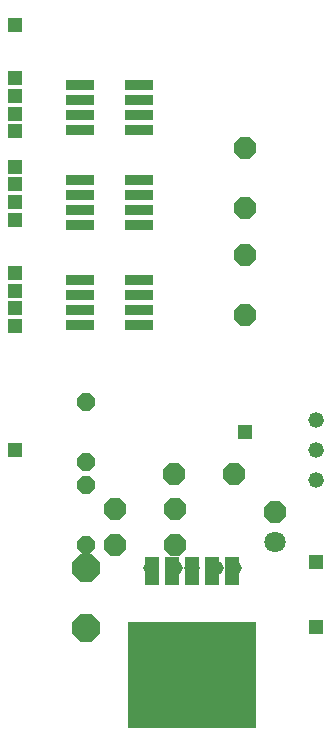
<source format=gts>
G75*
%MOIN*%
%OFA0B0*%
%FSLAX24Y24*%
%IPPOS*%
%LPD*%
%AMOC8*
5,1,8,0,0,1.08239X$1,22.5*
%
%ADD10C,0.0520*%
%ADD11R,0.4280X0.3580*%
%ADD12R,0.0500X0.0980*%
%ADD13C,0.0710*%
%ADD14OC8,0.0710*%
%ADD15OC8,0.0600*%
%ADD16OC8,0.0905*%
%ADD17R,0.0980X0.0320*%
%ADD18R,0.0476X0.0476*%
%ADD19C,0.0516*%
D10*
X012620Y010635D03*
X012620Y011635D03*
X012620Y012635D03*
D11*
X008486Y004155D03*
D12*
X008486Y007605D03*
X009156Y007605D03*
X009826Y007605D03*
X007816Y007605D03*
X007146Y007605D03*
D13*
X011242Y008576D03*
D14*
X011242Y009576D03*
X009880Y010848D03*
X007911Y009667D03*
X007911Y008486D03*
X007880Y010848D03*
X005911Y009667D03*
X005911Y008486D03*
X010257Y016147D03*
X010257Y018147D03*
X010257Y019691D03*
X010257Y021691D03*
D15*
X004943Y013226D03*
X004943Y011226D03*
X004943Y010470D03*
X004943Y008470D03*
D16*
X004943Y005714D03*
X004943Y007714D03*
D17*
X004740Y015807D03*
X004740Y016307D03*
X004740Y016807D03*
X004740Y017307D03*
X004740Y019153D03*
X004740Y019653D03*
X004740Y020153D03*
X004740Y020653D03*
X004740Y022303D03*
X004740Y022803D03*
X004740Y023303D03*
X004740Y023803D03*
X006720Y023803D03*
X006720Y023303D03*
X006720Y022803D03*
X006720Y022303D03*
X006720Y020653D03*
X006720Y020153D03*
X006720Y019653D03*
X006720Y019153D03*
X006720Y017307D03*
X006720Y016807D03*
X006720Y016307D03*
X006720Y015807D03*
D18*
X010257Y012226D03*
X012620Y007895D03*
X012620Y005730D03*
X002580Y011635D03*
X002580Y015769D03*
X002580Y016360D03*
X002580Y016950D03*
X002580Y017541D03*
X002580Y019313D03*
X002580Y019903D03*
X002580Y020494D03*
X002580Y021084D03*
X002580Y022265D03*
X002580Y022856D03*
X002580Y023446D03*
X002580Y024037D03*
X002580Y025809D03*
D19*
X007108Y007698D03*
X007895Y007698D03*
X008486Y007698D03*
X009273Y007698D03*
X009864Y007698D03*
M02*

</source>
